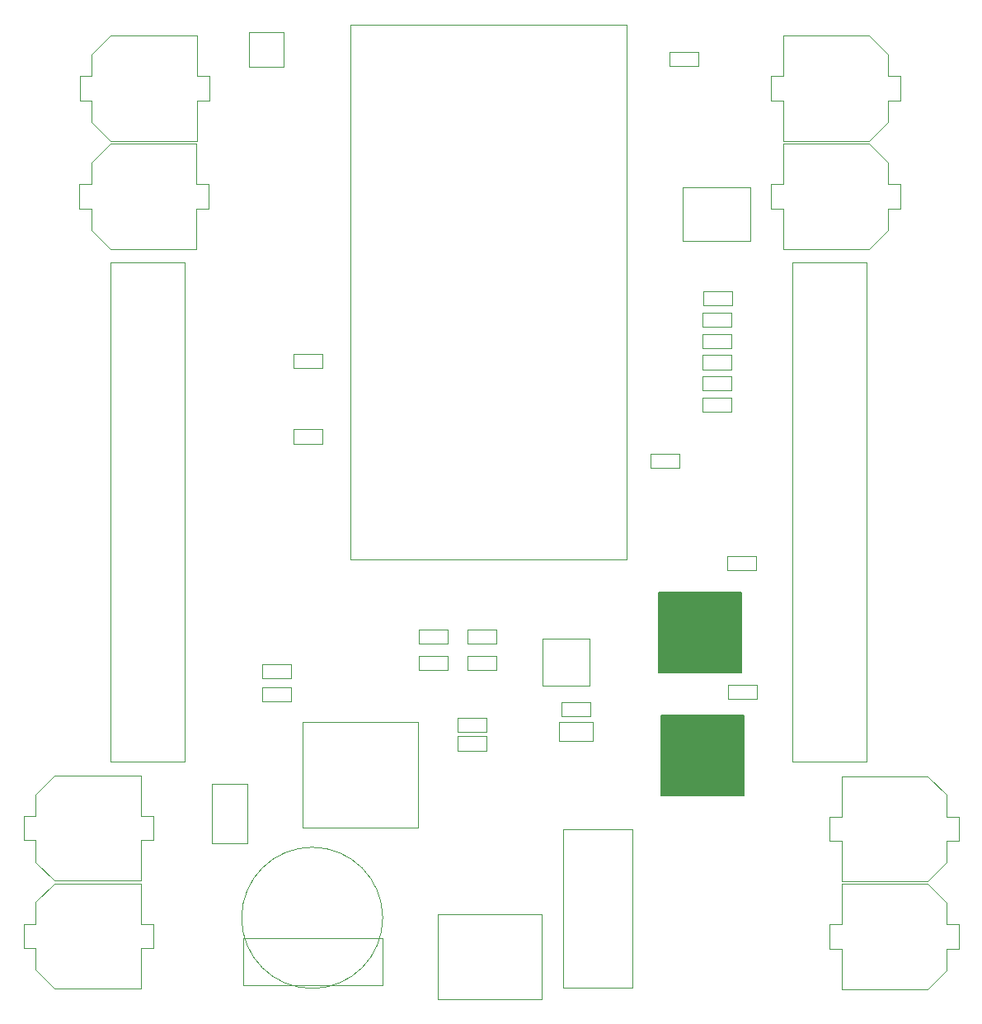
<source format=gbr>
%TF.GenerationSoftware,KiCad,Pcbnew,(5.1.9)-1*%
%TF.CreationDate,2023-04-15T18:22:43-04:00*%
%TF.ProjectId,ESP backpack,45535020-6261-4636-9b70-61636b2e6b69,rev?*%
%TF.SameCoordinates,Original*%
%TF.FileFunction,Other,User*%
%FSLAX46Y46*%
G04 Gerber Fmt 4.6, Leading zero omitted, Abs format (unit mm)*
G04 Created by KiCad (PCBNEW (5.1.9)-1) date 2023-04-15 18:22:43*
%MOMM*%
%LPD*%
G01*
G04 APERTURE LIST*
%ADD10C,0.050000*%
%ADD11C,0.120000*%
%ADD12C,0.127000*%
G04 APERTURE END LIST*
D10*
%TO.C,U3*%
X30950800Y-71556920D02*
X30950800Y-82356920D01*
X30950800Y-82356920D02*
X42810800Y-82356920D01*
X42810800Y-82356920D02*
X42810800Y-71556920D01*
X42810800Y-71556920D02*
X30950800Y-71556920D01*
%TO.C,SDA2*%
X46835880Y-74468740D02*
X46835880Y-73008740D01*
X46835880Y-73008740D02*
X49795880Y-73008740D01*
X49795880Y-73008740D02*
X49795880Y-74468740D01*
X49795880Y-74468740D02*
X46835880Y-74468740D01*
%TO.C,SCL2*%
X46835880Y-72586600D02*
X46835880Y-71126600D01*
X46835880Y-71126600D02*
X49795880Y-71126600D01*
X49795880Y-71126600D02*
X49795880Y-72586600D01*
X49795880Y-72586600D02*
X46835880Y-72586600D01*
%TO.C,JReset1*%
X25208640Y-84029960D02*
X25208640Y-77879960D01*
X25208640Y-77879960D02*
X21608640Y-77879960D01*
X21608640Y-77879960D02*
X21608640Y-84029960D01*
X21608640Y-84029960D02*
X25208640Y-84029960D01*
%TO.C,J3*%
X25385620Y-760320D02*
X25385620Y-4360320D01*
X25385620Y-4360320D02*
X28985620Y-4360320D01*
X28985620Y-4360320D02*
X28985620Y-760320D01*
X28985620Y-760320D02*
X25385620Y-760320D01*
D11*
%TO.C,F1*%
X57653780Y-98769100D02*
X57653780Y-82569100D01*
X57653780Y-82569100D02*
X64753780Y-82569100D01*
X64753780Y-82569100D02*
X64753780Y-98769100D01*
X64753780Y-98769100D02*
X57653780Y-98769100D01*
D10*
%TO.C,C13*%
X29704480Y-65576700D02*
X29704480Y-67036700D01*
X29704480Y-67036700D02*
X26744480Y-67036700D01*
X26744480Y-67036700D02*
X26744480Y-65576700D01*
X26744480Y-65576700D02*
X29704480Y-65576700D01*
%TO.C,C12*%
X29747660Y-67977000D02*
X29747660Y-69437000D01*
X29747660Y-69437000D02*
X26787660Y-69437000D01*
X26787660Y-69437000D02*
X26787660Y-67977000D01*
X26787660Y-67977000D02*
X29747660Y-67977000D01*
%TO.C,C11*%
X66619940Y-45449240D02*
X66619940Y-43989240D01*
X66619940Y-43989240D02*
X69579940Y-43989240D01*
X69579940Y-43989240D02*
X69579940Y-45449240D01*
X69579940Y-45449240D02*
X66619940Y-45449240D01*
D11*
%TO.C,BT1*%
X39147028Y-91639720D02*
G75*
G03*
X39147028Y-91639720I-7244308J0D01*
G01*
X24802720Y-93739720D02*
X24802720Y-98539720D01*
X24802720Y-98539720D02*
X39102720Y-98539720D01*
X39102720Y-98539720D02*
X39102720Y-93739720D01*
X39102720Y-93739720D02*
X24802720Y-93739720D01*
D10*
%TO.C,5VDC_IN1*%
X44809600Y-91306400D02*
X55469600Y-91306400D01*
X55469600Y-91306400D02*
X55469600Y-100006400D01*
X55469600Y-100006400D02*
X44809600Y-100006400D01*
X44809600Y-100006400D02*
X44809600Y-91306400D01*
%TO.C,C10*%
X98310980Y-94815980D02*
X97060980Y-94815980D01*
X97060980Y-94815980D02*
X97060980Y-97040980D01*
X97060980Y-97040980D02*
X95135980Y-98965980D01*
X95135980Y-98965980D02*
X86260980Y-98965980D01*
X86260980Y-98965980D02*
X86260980Y-94815980D01*
X86260980Y-94815980D02*
X85010980Y-94815980D01*
X85010980Y-94815980D02*
X85010980Y-92315980D01*
X85010980Y-92315980D02*
X86260980Y-92315980D01*
X86260980Y-92315980D02*
X86260980Y-88165980D01*
X86260980Y-88165980D02*
X95135980Y-88165980D01*
X95135980Y-88165980D02*
X97060980Y-90090980D01*
X97060980Y-90090980D02*
X97060980Y-92315980D01*
X97060980Y-92315980D02*
X98310980Y-92315980D01*
X98310980Y-92315980D02*
X98310980Y-94815980D01*
%TO.C,C9*%
X98310980Y-83741580D02*
X97060980Y-83741580D01*
X97060980Y-83741580D02*
X97060980Y-85966580D01*
X97060980Y-85966580D02*
X95135980Y-87891580D01*
X95135980Y-87891580D02*
X86260980Y-87891580D01*
X86260980Y-87891580D02*
X86260980Y-83741580D01*
X86260980Y-83741580D02*
X85010980Y-83741580D01*
X85010980Y-83741580D02*
X85010980Y-81241580D01*
X85010980Y-81241580D02*
X86260980Y-81241580D01*
X86260980Y-81241580D02*
X86260980Y-77091580D01*
X86260980Y-77091580D02*
X95135980Y-77091580D01*
X95135980Y-77091580D02*
X97060980Y-79016580D01*
X97060980Y-79016580D02*
X97060980Y-81241580D01*
X97060980Y-81241580D02*
X98310980Y-81241580D01*
X98310980Y-81241580D02*
X98310980Y-83741580D01*
%TO.C,C8*%
X2273020Y-92255020D02*
X3523020Y-92255020D01*
X3523020Y-92255020D02*
X3523020Y-90030020D01*
X3523020Y-90030020D02*
X5448020Y-88105020D01*
X5448020Y-88105020D02*
X14323020Y-88105020D01*
X14323020Y-88105020D02*
X14323020Y-92255020D01*
X14323020Y-92255020D02*
X15573020Y-92255020D01*
X15573020Y-92255020D02*
X15573020Y-94755020D01*
X15573020Y-94755020D02*
X14323020Y-94755020D01*
X14323020Y-94755020D02*
X14323020Y-98905020D01*
X14323020Y-98905020D02*
X5448020Y-98905020D01*
X5448020Y-98905020D02*
X3523020Y-96980020D01*
X3523020Y-96980020D02*
X3523020Y-94755020D01*
X3523020Y-94755020D02*
X2273020Y-94755020D01*
X2273020Y-94755020D02*
X2273020Y-92255020D01*
%TO.C,C7*%
X2273020Y-81180620D02*
X3523020Y-81180620D01*
X3523020Y-81180620D02*
X3523020Y-78955620D01*
X3523020Y-78955620D02*
X5448020Y-77030620D01*
X5448020Y-77030620D02*
X14323020Y-77030620D01*
X14323020Y-77030620D02*
X14323020Y-81180620D01*
X14323020Y-81180620D02*
X15573020Y-81180620D01*
X15573020Y-81180620D02*
X15573020Y-83680620D01*
X15573020Y-83680620D02*
X14323020Y-83680620D01*
X14323020Y-83680620D02*
X14323020Y-87830620D01*
X14323020Y-87830620D02*
X5448020Y-87830620D01*
X5448020Y-87830620D02*
X3523020Y-85905620D01*
X3523020Y-85905620D02*
X3523020Y-83680620D01*
X3523020Y-83680620D02*
X2273020Y-83680620D01*
X2273020Y-83680620D02*
X2273020Y-81180620D01*
%TO.C,C6*%
X7980400Y-16377600D02*
X9230400Y-16377600D01*
X9230400Y-16377600D02*
X9230400Y-14152600D01*
X9230400Y-14152600D02*
X11155400Y-12227600D01*
X11155400Y-12227600D02*
X20030400Y-12227600D01*
X20030400Y-12227600D02*
X20030400Y-16377600D01*
X20030400Y-16377600D02*
X21280400Y-16377600D01*
X21280400Y-16377600D02*
X21280400Y-18877600D01*
X21280400Y-18877600D02*
X20030400Y-18877600D01*
X20030400Y-18877600D02*
X20030400Y-23027600D01*
X20030400Y-23027600D02*
X11155400Y-23027600D01*
X11155400Y-23027600D02*
X9230400Y-21102600D01*
X9230400Y-21102600D02*
X9230400Y-18877600D01*
X9230400Y-18877600D02*
X7980400Y-18877600D01*
X7980400Y-18877600D02*
X7980400Y-16377600D01*
%TO.C,C5*%
X8031200Y-5252400D02*
X9281200Y-5252400D01*
X9281200Y-5252400D02*
X9281200Y-3027400D01*
X9281200Y-3027400D02*
X11206200Y-1102400D01*
X11206200Y-1102400D02*
X20081200Y-1102400D01*
X20081200Y-1102400D02*
X20081200Y-5252400D01*
X20081200Y-5252400D02*
X21331200Y-5252400D01*
X21331200Y-5252400D02*
X21331200Y-7752400D01*
X21331200Y-7752400D02*
X20081200Y-7752400D01*
X20081200Y-7752400D02*
X20081200Y-11902400D01*
X20081200Y-11902400D02*
X11206200Y-11902400D01*
X11206200Y-11902400D02*
X9281200Y-9977400D01*
X9281200Y-9977400D02*
X9281200Y-7752400D01*
X9281200Y-7752400D02*
X8031200Y-7752400D01*
X8031200Y-7752400D02*
X8031200Y-5252400D01*
%TO.C,C4*%
X92298800Y-18877600D02*
X91048800Y-18877600D01*
X91048800Y-18877600D02*
X91048800Y-21102600D01*
X91048800Y-21102600D02*
X89123800Y-23027600D01*
X89123800Y-23027600D02*
X80248800Y-23027600D01*
X80248800Y-23027600D02*
X80248800Y-18877600D01*
X80248800Y-18877600D02*
X78998800Y-18877600D01*
X78998800Y-18877600D02*
X78998800Y-16377600D01*
X78998800Y-16377600D02*
X80248800Y-16377600D01*
X80248800Y-16377600D02*
X80248800Y-12227600D01*
X80248800Y-12227600D02*
X89123800Y-12227600D01*
X89123800Y-12227600D02*
X91048800Y-14152600D01*
X91048800Y-14152600D02*
X91048800Y-16377600D01*
X91048800Y-16377600D02*
X92298800Y-16377600D01*
X92298800Y-16377600D02*
X92298800Y-18877600D01*
%TO.C,C3*%
X92298800Y-7752400D02*
X91048800Y-7752400D01*
X91048800Y-7752400D02*
X91048800Y-9977400D01*
X91048800Y-9977400D02*
X89123800Y-11902400D01*
X89123800Y-11902400D02*
X80248800Y-11902400D01*
X80248800Y-11902400D02*
X80248800Y-7752400D01*
X80248800Y-7752400D02*
X78998800Y-7752400D01*
X78998800Y-7752400D02*
X78998800Y-5252400D01*
X78998800Y-5252400D02*
X80248800Y-5252400D01*
X80248800Y-5252400D02*
X80248800Y-1102400D01*
X80248800Y-1102400D02*
X89123800Y-1102400D01*
X89123800Y-1102400D02*
X91048800Y-3027400D01*
X91048800Y-3027400D02*
X91048800Y-5252400D01*
X91048800Y-5252400D02*
X92298800Y-5252400D01*
X92298800Y-5252400D02*
X92298800Y-7752400D01*
%TO.C,U2*%
X55532860Y-67829200D02*
X55532860Y-62979200D01*
X60382860Y-67829200D02*
X55532860Y-67829200D01*
X60382860Y-62979200D02*
X60382860Y-67829200D01*
X55532860Y-62979200D02*
X60382860Y-62979200D01*
%TO.C,U1*%
X64200000Y0D02*
X64200000Y-54900000D01*
X35800000Y0D02*
X64200000Y0D01*
X35800000Y-54900000D02*
X35800000Y0D01*
X64200000Y-54900000D02*
X35800000Y-54900000D01*
D12*
%TO.C,S2*%
G36*
X76234400Y-70855400D02*
G01*
X76234400Y-79055400D01*
X67784400Y-79055400D01*
X67784400Y-70855400D01*
X76234400Y-70855400D01*
G37*
X76234400Y-70855400D02*
X76234400Y-79055400D01*
X67784400Y-79055400D01*
X67784400Y-70855400D01*
X76234400Y-70855400D01*
%TO.C,S1*%
G36*
X75980400Y-58282400D02*
G01*
X75980400Y-66482400D01*
X67530400Y-66482400D01*
X67530400Y-58282400D01*
X75980400Y-58282400D01*
G37*
X75980400Y-58282400D02*
X75980400Y-66482400D01*
X67530400Y-66482400D01*
X67530400Y-58282400D01*
X75980400Y-58282400D01*
D10*
%TO.C,J2*%
X88810000Y-24350000D02*
X88810000Y-75650000D01*
X81190000Y-24350000D02*
X88810000Y-24350000D01*
X81190000Y-75650000D02*
X81190000Y-24350000D01*
X88810000Y-75650000D02*
X81190000Y-75650000D01*
%TO.C,J1*%
X18810000Y-24350000D02*
X18810000Y-75650000D01*
X11190000Y-24350000D02*
X18810000Y-24350000D01*
X11190000Y-75650000D02*
X11190000Y-24350000D01*
X18810000Y-75650000D02*
X11190000Y-75650000D01*
%TO.C,D1*%
X69956000Y-16681000D02*
X76856000Y-16681000D01*
X76856000Y-16681000D02*
X76856000Y-22181000D01*
X76856000Y-22181000D02*
X69956000Y-22181000D01*
X69956000Y-22181000D02*
X69956000Y-16681000D01*
%TO.C,C1*%
X60458320Y-69507120D02*
X60458320Y-70967120D01*
X60458320Y-70967120D02*
X57498320Y-70967120D01*
X57498320Y-70967120D02*
X57498320Y-69507120D01*
X57498320Y-69507120D02*
X60458320Y-69507120D01*
%TO.C,C2*%
X60678320Y-71507120D02*
X60678320Y-73467120D01*
X60678320Y-73467120D02*
X57278320Y-73467120D01*
X57278320Y-73467120D02*
X57278320Y-71507120D01*
X57278320Y-71507120D02*
X60678320Y-71507120D01*
%TO.C,ExtPower1*%
X71580000Y-2770000D02*
X71580000Y-4230000D01*
X71580000Y-4230000D02*
X68620000Y-4230000D01*
X68620000Y-4230000D02*
X68620000Y-2770000D01*
X68620000Y-2770000D02*
X71580000Y-2770000D01*
%TO.C,R2*%
X32980000Y-41520000D02*
X32980000Y-42980000D01*
X32980000Y-42980000D02*
X30020000Y-42980000D01*
X30020000Y-42980000D02*
X30020000Y-41520000D01*
X30020000Y-41520000D02*
X32980000Y-41520000D01*
%TO.C,R7*%
X72020000Y-39730000D02*
X72020000Y-38270000D01*
X72020000Y-38270000D02*
X74980000Y-38270000D01*
X74980000Y-38270000D02*
X74980000Y-39730000D01*
X74980000Y-39730000D02*
X72020000Y-39730000D01*
%TO.C,R6*%
X72020000Y-37543400D02*
X72020000Y-36083400D01*
X72020000Y-36083400D02*
X74980000Y-36083400D01*
X74980000Y-36083400D02*
X74980000Y-37543400D01*
X74980000Y-37543400D02*
X72020000Y-37543400D01*
%TO.C,R1*%
X32980000Y-33770000D02*
X32980000Y-35230000D01*
X32980000Y-35230000D02*
X30020000Y-35230000D01*
X30020000Y-35230000D02*
X30020000Y-33770000D01*
X30020000Y-33770000D02*
X32980000Y-33770000D01*
%TO.C,R5*%
X72020000Y-35356800D02*
X72020000Y-33896800D01*
X72020000Y-33896800D02*
X74980000Y-33896800D01*
X74980000Y-33896800D02*
X74980000Y-35356800D01*
X74980000Y-35356800D02*
X72020000Y-35356800D01*
%TO.C,R4*%
X72020000Y-33170200D02*
X72020000Y-31710200D01*
X72020000Y-31710200D02*
X74980000Y-31710200D01*
X74980000Y-31710200D02*
X74980000Y-33170200D01*
X74980000Y-33170200D02*
X72020000Y-33170200D01*
%TO.C,R3*%
X72020000Y-30983600D02*
X72020000Y-29523600D01*
X72020000Y-29523600D02*
X74980000Y-29523600D01*
X74980000Y-29523600D02*
X74980000Y-30983600D01*
X74980000Y-30983600D02*
X72020000Y-30983600D01*
%TO.C,SCL1*%
X47877860Y-63534200D02*
X47877860Y-62074200D01*
X47877860Y-62074200D02*
X50837860Y-62074200D01*
X50837860Y-62074200D02*
X50837860Y-63534200D01*
X50837860Y-63534200D02*
X47877860Y-63534200D01*
%TO.C,SCL_EXT1*%
X42877860Y-63534200D02*
X42877860Y-62074200D01*
X42877860Y-62074200D02*
X45837860Y-62074200D01*
X45837860Y-62074200D02*
X45837860Y-63534200D01*
X45837860Y-63534200D02*
X42877860Y-63534200D01*
%TO.C,SDA1*%
X47877860Y-66234200D02*
X47877860Y-64774200D01*
X47877860Y-64774200D02*
X50837860Y-64774200D01*
X50837860Y-64774200D02*
X50837860Y-66234200D01*
X50837860Y-66234200D02*
X47877860Y-66234200D01*
%TO.C,SDA_EXT1*%
X42877860Y-66234200D02*
X42877860Y-64774200D01*
X42877860Y-64774200D02*
X45837860Y-64774200D01*
X45837860Y-64774200D02*
X45837860Y-66234200D01*
X45837860Y-66234200D02*
X42877860Y-66234200D01*
%TO.C,R8*%
X74516800Y-55949600D02*
X74516800Y-54489600D01*
X74516800Y-54489600D02*
X77476800Y-54489600D01*
X77476800Y-54489600D02*
X77476800Y-55949600D01*
X77476800Y-55949600D02*
X74516800Y-55949600D01*
%TO.C,R9*%
X74618400Y-69208400D02*
X74618400Y-67748400D01*
X74618400Y-67748400D02*
X77578400Y-67748400D01*
X77578400Y-67748400D02*
X77578400Y-69208400D01*
X77578400Y-69208400D02*
X74618400Y-69208400D01*
%TO.C,R10*%
X72053000Y-28797000D02*
X72053000Y-27337000D01*
X72053000Y-27337000D02*
X75013000Y-27337000D01*
X75013000Y-27337000D02*
X75013000Y-28797000D01*
X75013000Y-28797000D02*
X72053000Y-28797000D01*
%TD*%
M02*

</source>
